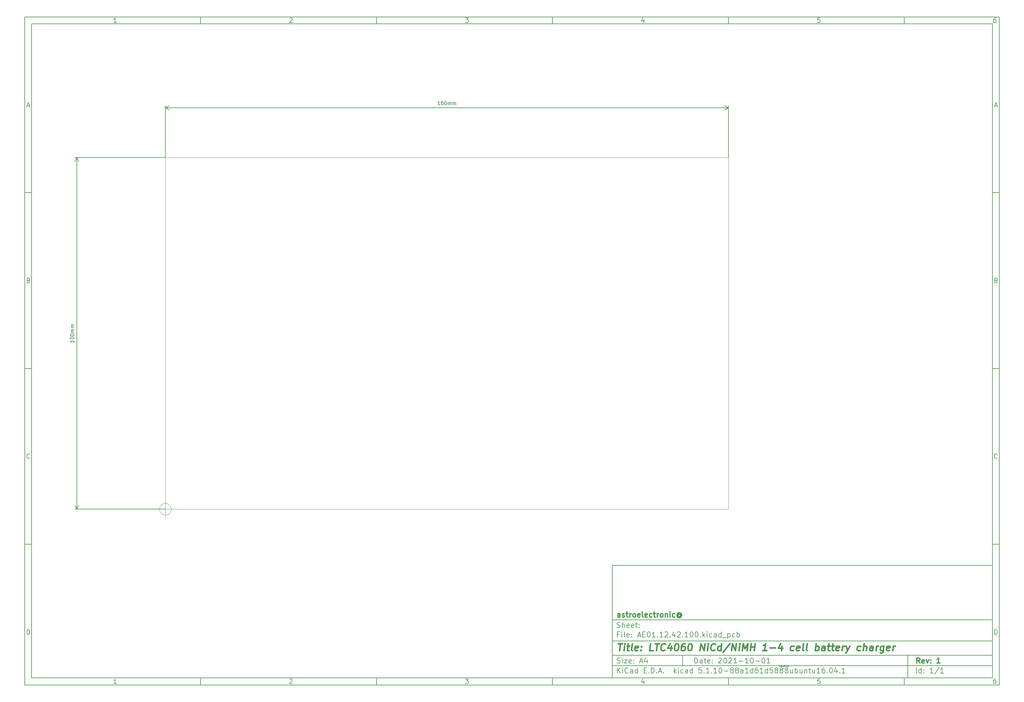
<source format=gbr>
%TF.GenerationSoftware,KiCad,Pcbnew,5.1.10-88a1d61d58~88~ubuntu16.04.1*%
%TF.CreationDate,2021-10-02T00:42:02+02:00*%
%TF.ProjectId,AE01.12.42.100,41453031-2e31-4322-9e34-322e3130302e,1*%
%TF.SameCoordinates,Original*%
%TF.FileFunction,Other,User*%
%FSLAX46Y46*%
G04 Gerber Fmt 4.6, Leading zero omitted, Abs format (unit mm)*
G04 Created by KiCad (PCBNEW 5.1.10-88a1d61d58~88~ubuntu16.04.1) date 2021-10-02 00:42:02*
%MOMM*%
%LPD*%
G01*
G04 APERTURE LIST*
%ADD10C,0.100000*%
%ADD11C,0.150000*%
%ADD12C,0.300000*%
%ADD13C,0.400000*%
%TA.AperFunction,Profile*%
%ADD14C,0.050000*%
%TD*%
G04 APERTURE END LIST*
D10*
D11*
X177002200Y-166007200D02*
X177002200Y-198007200D01*
X285002200Y-198007200D01*
X285002200Y-166007200D01*
X177002200Y-166007200D01*
D10*
D11*
X10000000Y-10000000D02*
X10000000Y-200007200D01*
X287002200Y-200007200D01*
X287002200Y-10000000D01*
X10000000Y-10000000D01*
D10*
D11*
X12000000Y-12000000D02*
X12000000Y-198007200D01*
X285002200Y-198007200D01*
X285002200Y-12000000D01*
X12000000Y-12000000D01*
D10*
D11*
X60000000Y-12000000D02*
X60000000Y-10000000D01*
D10*
D11*
X110000000Y-12000000D02*
X110000000Y-10000000D01*
D10*
D11*
X160000000Y-12000000D02*
X160000000Y-10000000D01*
D10*
D11*
X210000000Y-12000000D02*
X210000000Y-10000000D01*
D10*
D11*
X260000000Y-12000000D02*
X260000000Y-10000000D01*
D10*
D11*
X36065476Y-11588095D02*
X35322619Y-11588095D01*
X35694047Y-11588095D02*
X35694047Y-10288095D01*
X35570238Y-10473809D01*
X35446428Y-10597619D01*
X35322619Y-10659523D01*
D10*
D11*
X85322619Y-10411904D02*
X85384523Y-10350000D01*
X85508333Y-10288095D01*
X85817857Y-10288095D01*
X85941666Y-10350000D01*
X86003571Y-10411904D01*
X86065476Y-10535714D01*
X86065476Y-10659523D01*
X86003571Y-10845238D01*
X85260714Y-11588095D01*
X86065476Y-11588095D01*
D10*
D11*
X135260714Y-10288095D02*
X136065476Y-10288095D01*
X135632142Y-10783333D01*
X135817857Y-10783333D01*
X135941666Y-10845238D01*
X136003571Y-10907142D01*
X136065476Y-11030952D01*
X136065476Y-11340476D01*
X136003571Y-11464285D01*
X135941666Y-11526190D01*
X135817857Y-11588095D01*
X135446428Y-11588095D01*
X135322619Y-11526190D01*
X135260714Y-11464285D01*
D10*
D11*
X185941666Y-10721428D02*
X185941666Y-11588095D01*
X185632142Y-10226190D02*
X185322619Y-11154761D01*
X186127380Y-11154761D01*
D10*
D11*
X236003571Y-10288095D02*
X235384523Y-10288095D01*
X235322619Y-10907142D01*
X235384523Y-10845238D01*
X235508333Y-10783333D01*
X235817857Y-10783333D01*
X235941666Y-10845238D01*
X236003571Y-10907142D01*
X236065476Y-11030952D01*
X236065476Y-11340476D01*
X236003571Y-11464285D01*
X235941666Y-11526190D01*
X235817857Y-11588095D01*
X235508333Y-11588095D01*
X235384523Y-11526190D01*
X235322619Y-11464285D01*
D10*
D11*
X285941666Y-10288095D02*
X285694047Y-10288095D01*
X285570238Y-10350000D01*
X285508333Y-10411904D01*
X285384523Y-10597619D01*
X285322619Y-10845238D01*
X285322619Y-11340476D01*
X285384523Y-11464285D01*
X285446428Y-11526190D01*
X285570238Y-11588095D01*
X285817857Y-11588095D01*
X285941666Y-11526190D01*
X286003571Y-11464285D01*
X286065476Y-11340476D01*
X286065476Y-11030952D01*
X286003571Y-10907142D01*
X285941666Y-10845238D01*
X285817857Y-10783333D01*
X285570238Y-10783333D01*
X285446428Y-10845238D01*
X285384523Y-10907142D01*
X285322619Y-11030952D01*
D10*
D11*
X60000000Y-198007200D02*
X60000000Y-200007200D01*
D10*
D11*
X110000000Y-198007200D02*
X110000000Y-200007200D01*
D10*
D11*
X160000000Y-198007200D02*
X160000000Y-200007200D01*
D10*
D11*
X210000000Y-198007200D02*
X210000000Y-200007200D01*
D10*
D11*
X260000000Y-198007200D02*
X260000000Y-200007200D01*
D10*
D11*
X36065476Y-199595295D02*
X35322619Y-199595295D01*
X35694047Y-199595295D02*
X35694047Y-198295295D01*
X35570238Y-198481009D01*
X35446428Y-198604819D01*
X35322619Y-198666723D01*
D10*
D11*
X85322619Y-198419104D02*
X85384523Y-198357200D01*
X85508333Y-198295295D01*
X85817857Y-198295295D01*
X85941666Y-198357200D01*
X86003571Y-198419104D01*
X86065476Y-198542914D01*
X86065476Y-198666723D01*
X86003571Y-198852438D01*
X85260714Y-199595295D01*
X86065476Y-199595295D01*
D10*
D11*
X135260714Y-198295295D02*
X136065476Y-198295295D01*
X135632142Y-198790533D01*
X135817857Y-198790533D01*
X135941666Y-198852438D01*
X136003571Y-198914342D01*
X136065476Y-199038152D01*
X136065476Y-199347676D01*
X136003571Y-199471485D01*
X135941666Y-199533390D01*
X135817857Y-199595295D01*
X135446428Y-199595295D01*
X135322619Y-199533390D01*
X135260714Y-199471485D01*
D10*
D11*
X185941666Y-198728628D02*
X185941666Y-199595295D01*
X185632142Y-198233390D02*
X185322619Y-199161961D01*
X186127380Y-199161961D01*
D10*
D11*
X236003571Y-198295295D02*
X235384523Y-198295295D01*
X235322619Y-198914342D01*
X235384523Y-198852438D01*
X235508333Y-198790533D01*
X235817857Y-198790533D01*
X235941666Y-198852438D01*
X236003571Y-198914342D01*
X236065476Y-199038152D01*
X236065476Y-199347676D01*
X236003571Y-199471485D01*
X235941666Y-199533390D01*
X235817857Y-199595295D01*
X235508333Y-199595295D01*
X235384523Y-199533390D01*
X235322619Y-199471485D01*
D10*
D11*
X285941666Y-198295295D02*
X285694047Y-198295295D01*
X285570238Y-198357200D01*
X285508333Y-198419104D01*
X285384523Y-198604819D01*
X285322619Y-198852438D01*
X285322619Y-199347676D01*
X285384523Y-199471485D01*
X285446428Y-199533390D01*
X285570238Y-199595295D01*
X285817857Y-199595295D01*
X285941666Y-199533390D01*
X286003571Y-199471485D01*
X286065476Y-199347676D01*
X286065476Y-199038152D01*
X286003571Y-198914342D01*
X285941666Y-198852438D01*
X285817857Y-198790533D01*
X285570238Y-198790533D01*
X285446428Y-198852438D01*
X285384523Y-198914342D01*
X285322619Y-199038152D01*
D10*
D11*
X10000000Y-60000000D02*
X12000000Y-60000000D01*
D10*
D11*
X10000000Y-110000000D02*
X12000000Y-110000000D01*
D10*
D11*
X10000000Y-160000000D02*
X12000000Y-160000000D01*
D10*
D11*
X10690476Y-35216666D02*
X11309523Y-35216666D01*
X10566666Y-35588095D02*
X11000000Y-34288095D01*
X11433333Y-35588095D01*
D10*
D11*
X11092857Y-84907142D02*
X11278571Y-84969047D01*
X11340476Y-85030952D01*
X11402380Y-85154761D01*
X11402380Y-85340476D01*
X11340476Y-85464285D01*
X11278571Y-85526190D01*
X11154761Y-85588095D01*
X10659523Y-85588095D01*
X10659523Y-84288095D01*
X11092857Y-84288095D01*
X11216666Y-84350000D01*
X11278571Y-84411904D01*
X11340476Y-84535714D01*
X11340476Y-84659523D01*
X11278571Y-84783333D01*
X11216666Y-84845238D01*
X11092857Y-84907142D01*
X10659523Y-84907142D01*
D10*
D11*
X11402380Y-135464285D02*
X11340476Y-135526190D01*
X11154761Y-135588095D01*
X11030952Y-135588095D01*
X10845238Y-135526190D01*
X10721428Y-135402380D01*
X10659523Y-135278571D01*
X10597619Y-135030952D01*
X10597619Y-134845238D01*
X10659523Y-134597619D01*
X10721428Y-134473809D01*
X10845238Y-134350000D01*
X11030952Y-134288095D01*
X11154761Y-134288095D01*
X11340476Y-134350000D01*
X11402380Y-134411904D01*
D10*
D11*
X10659523Y-185588095D02*
X10659523Y-184288095D01*
X10969047Y-184288095D01*
X11154761Y-184350000D01*
X11278571Y-184473809D01*
X11340476Y-184597619D01*
X11402380Y-184845238D01*
X11402380Y-185030952D01*
X11340476Y-185278571D01*
X11278571Y-185402380D01*
X11154761Y-185526190D01*
X10969047Y-185588095D01*
X10659523Y-185588095D01*
D10*
D11*
X287002200Y-60000000D02*
X285002200Y-60000000D01*
D10*
D11*
X287002200Y-110000000D02*
X285002200Y-110000000D01*
D10*
D11*
X287002200Y-160000000D02*
X285002200Y-160000000D01*
D10*
D11*
X285692676Y-35216666D02*
X286311723Y-35216666D01*
X285568866Y-35588095D02*
X286002200Y-34288095D01*
X286435533Y-35588095D01*
D10*
D11*
X286095057Y-84907142D02*
X286280771Y-84969047D01*
X286342676Y-85030952D01*
X286404580Y-85154761D01*
X286404580Y-85340476D01*
X286342676Y-85464285D01*
X286280771Y-85526190D01*
X286156961Y-85588095D01*
X285661723Y-85588095D01*
X285661723Y-84288095D01*
X286095057Y-84288095D01*
X286218866Y-84350000D01*
X286280771Y-84411904D01*
X286342676Y-84535714D01*
X286342676Y-84659523D01*
X286280771Y-84783333D01*
X286218866Y-84845238D01*
X286095057Y-84907142D01*
X285661723Y-84907142D01*
D10*
D11*
X286404580Y-135464285D02*
X286342676Y-135526190D01*
X286156961Y-135588095D01*
X286033152Y-135588095D01*
X285847438Y-135526190D01*
X285723628Y-135402380D01*
X285661723Y-135278571D01*
X285599819Y-135030952D01*
X285599819Y-134845238D01*
X285661723Y-134597619D01*
X285723628Y-134473809D01*
X285847438Y-134350000D01*
X286033152Y-134288095D01*
X286156961Y-134288095D01*
X286342676Y-134350000D01*
X286404580Y-134411904D01*
D10*
D11*
X285661723Y-185588095D02*
X285661723Y-184288095D01*
X285971247Y-184288095D01*
X286156961Y-184350000D01*
X286280771Y-184473809D01*
X286342676Y-184597619D01*
X286404580Y-184845238D01*
X286404580Y-185030952D01*
X286342676Y-185278571D01*
X286280771Y-185402380D01*
X286156961Y-185526190D01*
X285971247Y-185588095D01*
X285661723Y-185588095D01*
D10*
D11*
X200434342Y-193785771D02*
X200434342Y-192285771D01*
X200791485Y-192285771D01*
X201005771Y-192357200D01*
X201148628Y-192500057D01*
X201220057Y-192642914D01*
X201291485Y-192928628D01*
X201291485Y-193142914D01*
X201220057Y-193428628D01*
X201148628Y-193571485D01*
X201005771Y-193714342D01*
X200791485Y-193785771D01*
X200434342Y-193785771D01*
X202577200Y-193785771D02*
X202577200Y-193000057D01*
X202505771Y-192857200D01*
X202362914Y-192785771D01*
X202077200Y-192785771D01*
X201934342Y-192857200D01*
X202577200Y-193714342D02*
X202434342Y-193785771D01*
X202077200Y-193785771D01*
X201934342Y-193714342D01*
X201862914Y-193571485D01*
X201862914Y-193428628D01*
X201934342Y-193285771D01*
X202077200Y-193214342D01*
X202434342Y-193214342D01*
X202577200Y-193142914D01*
X203077200Y-192785771D02*
X203648628Y-192785771D01*
X203291485Y-192285771D02*
X203291485Y-193571485D01*
X203362914Y-193714342D01*
X203505771Y-193785771D01*
X203648628Y-193785771D01*
X204720057Y-193714342D02*
X204577200Y-193785771D01*
X204291485Y-193785771D01*
X204148628Y-193714342D01*
X204077200Y-193571485D01*
X204077200Y-193000057D01*
X204148628Y-192857200D01*
X204291485Y-192785771D01*
X204577200Y-192785771D01*
X204720057Y-192857200D01*
X204791485Y-193000057D01*
X204791485Y-193142914D01*
X204077200Y-193285771D01*
X205434342Y-193642914D02*
X205505771Y-193714342D01*
X205434342Y-193785771D01*
X205362914Y-193714342D01*
X205434342Y-193642914D01*
X205434342Y-193785771D01*
X205434342Y-192857200D02*
X205505771Y-192928628D01*
X205434342Y-193000057D01*
X205362914Y-192928628D01*
X205434342Y-192857200D01*
X205434342Y-193000057D01*
X207220057Y-192428628D02*
X207291485Y-192357200D01*
X207434342Y-192285771D01*
X207791485Y-192285771D01*
X207934342Y-192357200D01*
X208005771Y-192428628D01*
X208077200Y-192571485D01*
X208077200Y-192714342D01*
X208005771Y-192928628D01*
X207148628Y-193785771D01*
X208077200Y-193785771D01*
X209005771Y-192285771D02*
X209148628Y-192285771D01*
X209291485Y-192357200D01*
X209362914Y-192428628D01*
X209434342Y-192571485D01*
X209505771Y-192857200D01*
X209505771Y-193214342D01*
X209434342Y-193500057D01*
X209362914Y-193642914D01*
X209291485Y-193714342D01*
X209148628Y-193785771D01*
X209005771Y-193785771D01*
X208862914Y-193714342D01*
X208791485Y-193642914D01*
X208720057Y-193500057D01*
X208648628Y-193214342D01*
X208648628Y-192857200D01*
X208720057Y-192571485D01*
X208791485Y-192428628D01*
X208862914Y-192357200D01*
X209005771Y-192285771D01*
X210077200Y-192428628D02*
X210148628Y-192357200D01*
X210291485Y-192285771D01*
X210648628Y-192285771D01*
X210791485Y-192357200D01*
X210862914Y-192428628D01*
X210934342Y-192571485D01*
X210934342Y-192714342D01*
X210862914Y-192928628D01*
X210005771Y-193785771D01*
X210934342Y-193785771D01*
X212362914Y-193785771D02*
X211505771Y-193785771D01*
X211934342Y-193785771D02*
X211934342Y-192285771D01*
X211791485Y-192500057D01*
X211648628Y-192642914D01*
X211505771Y-192714342D01*
X213005771Y-193214342D02*
X214148628Y-193214342D01*
X215648628Y-193785771D02*
X214791485Y-193785771D01*
X215220057Y-193785771D02*
X215220057Y-192285771D01*
X215077200Y-192500057D01*
X214934342Y-192642914D01*
X214791485Y-192714342D01*
X216577200Y-192285771D02*
X216720057Y-192285771D01*
X216862914Y-192357200D01*
X216934342Y-192428628D01*
X217005771Y-192571485D01*
X217077200Y-192857200D01*
X217077200Y-193214342D01*
X217005771Y-193500057D01*
X216934342Y-193642914D01*
X216862914Y-193714342D01*
X216720057Y-193785771D01*
X216577200Y-193785771D01*
X216434342Y-193714342D01*
X216362914Y-193642914D01*
X216291485Y-193500057D01*
X216220057Y-193214342D01*
X216220057Y-192857200D01*
X216291485Y-192571485D01*
X216362914Y-192428628D01*
X216434342Y-192357200D01*
X216577200Y-192285771D01*
X217720057Y-193214342D02*
X218862914Y-193214342D01*
X219862914Y-192285771D02*
X220005771Y-192285771D01*
X220148628Y-192357200D01*
X220220057Y-192428628D01*
X220291485Y-192571485D01*
X220362914Y-192857200D01*
X220362914Y-193214342D01*
X220291485Y-193500057D01*
X220220057Y-193642914D01*
X220148628Y-193714342D01*
X220005771Y-193785771D01*
X219862914Y-193785771D01*
X219720057Y-193714342D01*
X219648628Y-193642914D01*
X219577200Y-193500057D01*
X219505771Y-193214342D01*
X219505771Y-192857200D01*
X219577200Y-192571485D01*
X219648628Y-192428628D01*
X219720057Y-192357200D01*
X219862914Y-192285771D01*
X221791485Y-193785771D02*
X220934342Y-193785771D01*
X221362914Y-193785771D02*
X221362914Y-192285771D01*
X221220057Y-192500057D01*
X221077200Y-192642914D01*
X220934342Y-192714342D01*
D10*
D11*
X177002200Y-194507200D02*
X285002200Y-194507200D01*
D10*
D11*
X178434342Y-196585771D02*
X178434342Y-195085771D01*
X179291485Y-196585771D02*
X178648628Y-195728628D01*
X179291485Y-195085771D02*
X178434342Y-195942914D01*
X179934342Y-196585771D02*
X179934342Y-195585771D01*
X179934342Y-195085771D02*
X179862914Y-195157200D01*
X179934342Y-195228628D01*
X180005771Y-195157200D01*
X179934342Y-195085771D01*
X179934342Y-195228628D01*
X181505771Y-196442914D02*
X181434342Y-196514342D01*
X181220057Y-196585771D01*
X181077200Y-196585771D01*
X180862914Y-196514342D01*
X180720057Y-196371485D01*
X180648628Y-196228628D01*
X180577200Y-195942914D01*
X180577200Y-195728628D01*
X180648628Y-195442914D01*
X180720057Y-195300057D01*
X180862914Y-195157200D01*
X181077200Y-195085771D01*
X181220057Y-195085771D01*
X181434342Y-195157200D01*
X181505771Y-195228628D01*
X182791485Y-196585771D02*
X182791485Y-195800057D01*
X182720057Y-195657200D01*
X182577200Y-195585771D01*
X182291485Y-195585771D01*
X182148628Y-195657200D01*
X182791485Y-196514342D02*
X182648628Y-196585771D01*
X182291485Y-196585771D01*
X182148628Y-196514342D01*
X182077200Y-196371485D01*
X182077200Y-196228628D01*
X182148628Y-196085771D01*
X182291485Y-196014342D01*
X182648628Y-196014342D01*
X182791485Y-195942914D01*
X184148628Y-196585771D02*
X184148628Y-195085771D01*
X184148628Y-196514342D02*
X184005771Y-196585771D01*
X183720057Y-196585771D01*
X183577200Y-196514342D01*
X183505771Y-196442914D01*
X183434342Y-196300057D01*
X183434342Y-195871485D01*
X183505771Y-195728628D01*
X183577200Y-195657200D01*
X183720057Y-195585771D01*
X184005771Y-195585771D01*
X184148628Y-195657200D01*
X186005771Y-195800057D02*
X186505771Y-195800057D01*
X186720057Y-196585771D02*
X186005771Y-196585771D01*
X186005771Y-195085771D01*
X186720057Y-195085771D01*
X187362914Y-196442914D02*
X187434342Y-196514342D01*
X187362914Y-196585771D01*
X187291485Y-196514342D01*
X187362914Y-196442914D01*
X187362914Y-196585771D01*
X188077200Y-196585771D02*
X188077200Y-195085771D01*
X188434342Y-195085771D01*
X188648628Y-195157200D01*
X188791485Y-195300057D01*
X188862914Y-195442914D01*
X188934342Y-195728628D01*
X188934342Y-195942914D01*
X188862914Y-196228628D01*
X188791485Y-196371485D01*
X188648628Y-196514342D01*
X188434342Y-196585771D01*
X188077200Y-196585771D01*
X189577200Y-196442914D02*
X189648628Y-196514342D01*
X189577200Y-196585771D01*
X189505771Y-196514342D01*
X189577200Y-196442914D01*
X189577200Y-196585771D01*
X190220057Y-196157200D02*
X190934342Y-196157200D01*
X190077200Y-196585771D02*
X190577200Y-195085771D01*
X191077200Y-196585771D01*
X191577200Y-196442914D02*
X191648628Y-196514342D01*
X191577200Y-196585771D01*
X191505771Y-196514342D01*
X191577200Y-196442914D01*
X191577200Y-196585771D01*
X194577200Y-196585771D02*
X194577200Y-195085771D01*
X194720057Y-196014342D02*
X195148628Y-196585771D01*
X195148628Y-195585771D02*
X194577200Y-196157200D01*
X195791485Y-196585771D02*
X195791485Y-195585771D01*
X195791485Y-195085771D02*
X195720057Y-195157200D01*
X195791485Y-195228628D01*
X195862914Y-195157200D01*
X195791485Y-195085771D01*
X195791485Y-195228628D01*
X197148628Y-196514342D02*
X197005771Y-196585771D01*
X196720057Y-196585771D01*
X196577200Y-196514342D01*
X196505771Y-196442914D01*
X196434342Y-196300057D01*
X196434342Y-195871485D01*
X196505771Y-195728628D01*
X196577200Y-195657200D01*
X196720057Y-195585771D01*
X197005771Y-195585771D01*
X197148628Y-195657200D01*
X198434342Y-196585771D02*
X198434342Y-195800057D01*
X198362914Y-195657200D01*
X198220057Y-195585771D01*
X197934342Y-195585771D01*
X197791485Y-195657200D01*
X198434342Y-196514342D02*
X198291485Y-196585771D01*
X197934342Y-196585771D01*
X197791485Y-196514342D01*
X197720057Y-196371485D01*
X197720057Y-196228628D01*
X197791485Y-196085771D01*
X197934342Y-196014342D01*
X198291485Y-196014342D01*
X198434342Y-195942914D01*
X199791485Y-196585771D02*
X199791485Y-195085771D01*
X199791485Y-196514342D02*
X199648628Y-196585771D01*
X199362914Y-196585771D01*
X199220057Y-196514342D01*
X199148628Y-196442914D01*
X199077200Y-196300057D01*
X199077200Y-195871485D01*
X199148628Y-195728628D01*
X199220057Y-195657200D01*
X199362914Y-195585771D01*
X199648628Y-195585771D01*
X199791485Y-195657200D01*
X202362914Y-195085771D02*
X201648628Y-195085771D01*
X201577200Y-195800057D01*
X201648628Y-195728628D01*
X201791485Y-195657200D01*
X202148628Y-195657200D01*
X202291485Y-195728628D01*
X202362914Y-195800057D01*
X202434342Y-195942914D01*
X202434342Y-196300057D01*
X202362914Y-196442914D01*
X202291485Y-196514342D01*
X202148628Y-196585771D01*
X201791485Y-196585771D01*
X201648628Y-196514342D01*
X201577200Y-196442914D01*
X203077200Y-196442914D02*
X203148628Y-196514342D01*
X203077200Y-196585771D01*
X203005771Y-196514342D01*
X203077200Y-196442914D01*
X203077200Y-196585771D01*
X204577200Y-196585771D02*
X203720057Y-196585771D01*
X204148628Y-196585771D02*
X204148628Y-195085771D01*
X204005771Y-195300057D01*
X203862914Y-195442914D01*
X203720057Y-195514342D01*
X205220057Y-196442914D02*
X205291485Y-196514342D01*
X205220057Y-196585771D01*
X205148628Y-196514342D01*
X205220057Y-196442914D01*
X205220057Y-196585771D01*
X206720057Y-196585771D02*
X205862914Y-196585771D01*
X206291485Y-196585771D02*
X206291485Y-195085771D01*
X206148628Y-195300057D01*
X206005771Y-195442914D01*
X205862914Y-195514342D01*
X207648628Y-195085771D02*
X207791485Y-195085771D01*
X207934342Y-195157200D01*
X208005771Y-195228628D01*
X208077200Y-195371485D01*
X208148628Y-195657200D01*
X208148628Y-196014342D01*
X208077200Y-196300057D01*
X208005771Y-196442914D01*
X207934342Y-196514342D01*
X207791485Y-196585771D01*
X207648628Y-196585771D01*
X207505771Y-196514342D01*
X207434342Y-196442914D01*
X207362914Y-196300057D01*
X207291485Y-196014342D01*
X207291485Y-195657200D01*
X207362914Y-195371485D01*
X207434342Y-195228628D01*
X207505771Y-195157200D01*
X207648628Y-195085771D01*
X208791485Y-196014342D02*
X209934342Y-196014342D01*
X210862914Y-195728628D02*
X210720057Y-195657200D01*
X210648628Y-195585771D01*
X210577200Y-195442914D01*
X210577200Y-195371485D01*
X210648628Y-195228628D01*
X210720057Y-195157200D01*
X210862914Y-195085771D01*
X211148628Y-195085771D01*
X211291485Y-195157200D01*
X211362914Y-195228628D01*
X211434342Y-195371485D01*
X211434342Y-195442914D01*
X211362914Y-195585771D01*
X211291485Y-195657200D01*
X211148628Y-195728628D01*
X210862914Y-195728628D01*
X210720057Y-195800057D01*
X210648628Y-195871485D01*
X210577200Y-196014342D01*
X210577200Y-196300057D01*
X210648628Y-196442914D01*
X210720057Y-196514342D01*
X210862914Y-196585771D01*
X211148628Y-196585771D01*
X211291485Y-196514342D01*
X211362914Y-196442914D01*
X211434342Y-196300057D01*
X211434342Y-196014342D01*
X211362914Y-195871485D01*
X211291485Y-195800057D01*
X211148628Y-195728628D01*
X212291485Y-195728628D02*
X212148628Y-195657200D01*
X212077200Y-195585771D01*
X212005771Y-195442914D01*
X212005771Y-195371485D01*
X212077200Y-195228628D01*
X212148628Y-195157200D01*
X212291485Y-195085771D01*
X212577200Y-195085771D01*
X212720057Y-195157200D01*
X212791485Y-195228628D01*
X212862914Y-195371485D01*
X212862914Y-195442914D01*
X212791485Y-195585771D01*
X212720057Y-195657200D01*
X212577200Y-195728628D01*
X212291485Y-195728628D01*
X212148628Y-195800057D01*
X212077200Y-195871485D01*
X212005771Y-196014342D01*
X212005771Y-196300057D01*
X212077200Y-196442914D01*
X212148628Y-196514342D01*
X212291485Y-196585771D01*
X212577200Y-196585771D01*
X212720057Y-196514342D01*
X212791485Y-196442914D01*
X212862914Y-196300057D01*
X212862914Y-196014342D01*
X212791485Y-195871485D01*
X212720057Y-195800057D01*
X212577200Y-195728628D01*
X214148628Y-196585771D02*
X214148628Y-195800057D01*
X214077200Y-195657200D01*
X213934342Y-195585771D01*
X213648628Y-195585771D01*
X213505771Y-195657200D01*
X214148628Y-196514342D02*
X214005771Y-196585771D01*
X213648628Y-196585771D01*
X213505771Y-196514342D01*
X213434342Y-196371485D01*
X213434342Y-196228628D01*
X213505771Y-196085771D01*
X213648628Y-196014342D01*
X214005771Y-196014342D01*
X214148628Y-195942914D01*
X215648628Y-196585771D02*
X214791485Y-196585771D01*
X215220057Y-196585771D02*
X215220057Y-195085771D01*
X215077200Y-195300057D01*
X214934342Y-195442914D01*
X214791485Y-195514342D01*
X216934342Y-196585771D02*
X216934342Y-195085771D01*
X216934342Y-196514342D02*
X216791485Y-196585771D01*
X216505771Y-196585771D01*
X216362914Y-196514342D01*
X216291485Y-196442914D01*
X216220057Y-196300057D01*
X216220057Y-195871485D01*
X216291485Y-195728628D01*
X216362914Y-195657200D01*
X216505771Y-195585771D01*
X216791485Y-195585771D01*
X216934342Y-195657200D01*
X218291485Y-195085771D02*
X218005771Y-195085771D01*
X217862914Y-195157200D01*
X217791485Y-195228628D01*
X217648628Y-195442914D01*
X217577200Y-195728628D01*
X217577200Y-196300057D01*
X217648628Y-196442914D01*
X217720057Y-196514342D01*
X217862914Y-196585771D01*
X218148628Y-196585771D01*
X218291485Y-196514342D01*
X218362914Y-196442914D01*
X218434342Y-196300057D01*
X218434342Y-195942914D01*
X218362914Y-195800057D01*
X218291485Y-195728628D01*
X218148628Y-195657200D01*
X217862914Y-195657200D01*
X217720057Y-195728628D01*
X217648628Y-195800057D01*
X217577200Y-195942914D01*
X219862914Y-196585771D02*
X219005771Y-196585771D01*
X219434342Y-196585771D02*
X219434342Y-195085771D01*
X219291485Y-195300057D01*
X219148628Y-195442914D01*
X219005771Y-195514342D01*
X221148628Y-196585771D02*
X221148628Y-195085771D01*
X221148628Y-196514342D02*
X221005771Y-196585771D01*
X220720057Y-196585771D01*
X220577200Y-196514342D01*
X220505771Y-196442914D01*
X220434342Y-196300057D01*
X220434342Y-195871485D01*
X220505771Y-195728628D01*
X220577200Y-195657200D01*
X220720057Y-195585771D01*
X221005771Y-195585771D01*
X221148628Y-195657200D01*
X222577200Y-195085771D02*
X221862914Y-195085771D01*
X221791485Y-195800057D01*
X221862914Y-195728628D01*
X222005771Y-195657200D01*
X222362914Y-195657200D01*
X222505771Y-195728628D01*
X222577200Y-195800057D01*
X222648628Y-195942914D01*
X222648628Y-196300057D01*
X222577200Y-196442914D01*
X222505771Y-196514342D01*
X222362914Y-196585771D01*
X222005771Y-196585771D01*
X221862914Y-196514342D01*
X221791485Y-196442914D01*
X223505771Y-195728628D02*
X223362914Y-195657200D01*
X223291485Y-195585771D01*
X223220057Y-195442914D01*
X223220057Y-195371485D01*
X223291485Y-195228628D01*
X223362914Y-195157200D01*
X223505771Y-195085771D01*
X223791485Y-195085771D01*
X223934342Y-195157200D01*
X224005771Y-195228628D01*
X224077200Y-195371485D01*
X224077200Y-195442914D01*
X224005771Y-195585771D01*
X223934342Y-195657200D01*
X223791485Y-195728628D01*
X223505771Y-195728628D01*
X223362914Y-195800057D01*
X223291485Y-195871485D01*
X223220057Y-196014342D01*
X223220057Y-196300057D01*
X223291485Y-196442914D01*
X223362914Y-196514342D01*
X223505771Y-196585771D01*
X223791485Y-196585771D01*
X223934342Y-196514342D01*
X224005771Y-196442914D01*
X224077200Y-196300057D01*
X224077200Y-196014342D01*
X224005771Y-195871485D01*
X223934342Y-195800057D01*
X223791485Y-195728628D01*
X224362914Y-194677200D02*
X225791485Y-194677200D01*
X224934342Y-195728628D02*
X224791485Y-195657200D01*
X224720057Y-195585771D01*
X224648628Y-195442914D01*
X224648628Y-195371485D01*
X224720057Y-195228628D01*
X224791485Y-195157200D01*
X224934342Y-195085771D01*
X225220057Y-195085771D01*
X225362914Y-195157200D01*
X225434342Y-195228628D01*
X225505771Y-195371485D01*
X225505771Y-195442914D01*
X225434342Y-195585771D01*
X225362914Y-195657200D01*
X225220057Y-195728628D01*
X224934342Y-195728628D01*
X224791485Y-195800057D01*
X224720057Y-195871485D01*
X224648628Y-196014342D01*
X224648628Y-196300057D01*
X224720057Y-196442914D01*
X224791485Y-196514342D01*
X224934342Y-196585771D01*
X225220057Y-196585771D01*
X225362914Y-196514342D01*
X225434342Y-196442914D01*
X225505771Y-196300057D01*
X225505771Y-196014342D01*
X225434342Y-195871485D01*
X225362914Y-195800057D01*
X225220057Y-195728628D01*
X225791485Y-194677200D02*
X227220057Y-194677200D01*
X226362914Y-195728628D02*
X226220057Y-195657200D01*
X226148628Y-195585771D01*
X226077199Y-195442914D01*
X226077199Y-195371485D01*
X226148628Y-195228628D01*
X226220057Y-195157200D01*
X226362914Y-195085771D01*
X226648628Y-195085771D01*
X226791485Y-195157200D01*
X226862914Y-195228628D01*
X226934342Y-195371485D01*
X226934342Y-195442914D01*
X226862914Y-195585771D01*
X226791485Y-195657200D01*
X226648628Y-195728628D01*
X226362914Y-195728628D01*
X226220057Y-195800057D01*
X226148628Y-195871485D01*
X226077199Y-196014342D01*
X226077199Y-196300057D01*
X226148628Y-196442914D01*
X226220057Y-196514342D01*
X226362914Y-196585771D01*
X226648628Y-196585771D01*
X226791485Y-196514342D01*
X226862914Y-196442914D01*
X226934342Y-196300057D01*
X226934342Y-196014342D01*
X226862914Y-195871485D01*
X226791485Y-195800057D01*
X226648628Y-195728628D01*
X228220057Y-195585771D02*
X228220057Y-196585771D01*
X227577199Y-195585771D02*
X227577199Y-196371485D01*
X227648628Y-196514342D01*
X227791485Y-196585771D01*
X228005771Y-196585771D01*
X228148628Y-196514342D01*
X228220057Y-196442914D01*
X228934342Y-196585771D02*
X228934342Y-195085771D01*
X228934342Y-195657200D02*
X229077199Y-195585771D01*
X229362914Y-195585771D01*
X229505771Y-195657200D01*
X229577199Y-195728628D01*
X229648628Y-195871485D01*
X229648628Y-196300057D01*
X229577199Y-196442914D01*
X229505771Y-196514342D01*
X229362914Y-196585771D01*
X229077199Y-196585771D01*
X228934342Y-196514342D01*
X230934342Y-195585771D02*
X230934342Y-196585771D01*
X230291485Y-195585771D02*
X230291485Y-196371485D01*
X230362914Y-196514342D01*
X230505771Y-196585771D01*
X230720057Y-196585771D01*
X230862914Y-196514342D01*
X230934342Y-196442914D01*
X231648628Y-195585771D02*
X231648628Y-196585771D01*
X231648628Y-195728628D02*
X231720057Y-195657200D01*
X231862914Y-195585771D01*
X232077199Y-195585771D01*
X232220057Y-195657200D01*
X232291485Y-195800057D01*
X232291485Y-196585771D01*
X232791485Y-195585771D02*
X233362914Y-195585771D01*
X233005771Y-195085771D02*
X233005771Y-196371485D01*
X233077199Y-196514342D01*
X233220057Y-196585771D01*
X233362914Y-196585771D01*
X234505771Y-195585771D02*
X234505771Y-196585771D01*
X233862914Y-195585771D02*
X233862914Y-196371485D01*
X233934342Y-196514342D01*
X234077200Y-196585771D01*
X234291485Y-196585771D01*
X234434342Y-196514342D01*
X234505771Y-196442914D01*
X236005771Y-196585771D02*
X235148628Y-196585771D01*
X235577200Y-196585771D02*
X235577200Y-195085771D01*
X235434342Y-195300057D01*
X235291485Y-195442914D01*
X235148628Y-195514342D01*
X237291485Y-195085771D02*
X237005771Y-195085771D01*
X236862914Y-195157200D01*
X236791485Y-195228628D01*
X236648628Y-195442914D01*
X236577199Y-195728628D01*
X236577199Y-196300057D01*
X236648628Y-196442914D01*
X236720057Y-196514342D01*
X236862914Y-196585771D01*
X237148628Y-196585771D01*
X237291485Y-196514342D01*
X237362914Y-196442914D01*
X237434342Y-196300057D01*
X237434342Y-195942914D01*
X237362914Y-195800057D01*
X237291485Y-195728628D01*
X237148628Y-195657200D01*
X236862914Y-195657200D01*
X236720057Y-195728628D01*
X236648628Y-195800057D01*
X236577199Y-195942914D01*
X238077199Y-196442914D02*
X238148628Y-196514342D01*
X238077199Y-196585771D01*
X238005771Y-196514342D01*
X238077199Y-196442914D01*
X238077199Y-196585771D01*
X239077199Y-195085771D02*
X239220057Y-195085771D01*
X239362914Y-195157200D01*
X239434342Y-195228628D01*
X239505771Y-195371485D01*
X239577199Y-195657200D01*
X239577199Y-196014342D01*
X239505771Y-196300057D01*
X239434342Y-196442914D01*
X239362914Y-196514342D01*
X239220057Y-196585771D01*
X239077199Y-196585771D01*
X238934342Y-196514342D01*
X238862914Y-196442914D01*
X238791485Y-196300057D01*
X238720057Y-196014342D01*
X238720057Y-195657200D01*
X238791485Y-195371485D01*
X238862914Y-195228628D01*
X238934342Y-195157200D01*
X239077199Y-195085771D01*
X240862914Y-195585771D02*
X240862914Y-196585771D01*
X240505771Y-195014342D02*
X240148628Y-196085771D01*
X241077199Y-196085771D01*
X241648628Y-196442914D02*
X241720057Y-196514342D01*
X241648628Y-196585771D01*
X241577199Y-196514342D01*
X241648628Y-196442914D01*
X241648628Y-196585771D01*
X243148628Y-196585771D02*
X242291485Y-196585771D01*
X242720057Y-196585771D02*
X242720057Y-195085771D01*
X242577199Y-195300057D01*
X242434342Y-195442914D01*
X242291485Y-195514342D01*
D10*
D11*
X177002200Y-191507200D02*
X285002200Y-191507200D01*
D10*
D12*
X264411485Y-193785771D02*
X263911485Y-193071485D01*
X263554342Y-193785771D02*
X263554342Y-192285771D01*
X264125771Y-192285771D01*
X264268628Y-192357200D01*
X264340057Y-192428628D01*
X264411485Y-192571485D01*
X264411485Y-192785771D01*
X264340057Y-192928628D01*
X264268628Y-193000057D01*
X264125771Y-193071485D01*
X263554342Y-193071485D01*
X265625771Y-193714342D02*
X265482914Y-193785771D01*
X265197200Y-193785771D01*
X265054342Y-193714342D01*
X264982914Y-193571485D01*
X264982914Y-193000057D01*
X265054342Y-192857200D01*
X265197200Y-192785771D01*
X265482914Y-192785771D01*
X265625771Y-192857200D01*
X265697200Y-193000057D01*
X265697200Y-193142914D01*
X264982914Y-193285771D01*
X266197200Y-192785771D02*
X266554342Y-193785771D01*
X266911485Y-192785771D01*
X267482914Y-193642914D02*
X267554342Y-193714342D01*
X267482914Y-193785771D01*
X267411485Y-193714342D01*
X267482914Y-193642914D01*
X267482914Y-193785771D01*
X267482914Y-192857200D02*
X267554342Y-192928628D01*
X267482914Y-193000057D01*
X267411485Y-192928628D01*
X267482914Y-192857200D01*
X267482914Y-193000057D01*
X270125771Y-193785771D02*
X269268628Y-193785771D01*
X269697200Y-193785771D02*
X269697200Y-192285771D01*
X269554342Y-192500057D01*
X269411485Y-192642914D01*
X269268628Y-192714342D01*
D10*
D11*
X178362914Y-193714342D02*
X178577200Y-193785771D01*
X178934342Y-193785771D01*
X179077200Y-193714342D01*
X179148628Y-193642914D01*
X179220057Y-193500057D01*
X179220057Y-193357200D01*
X179148628Y-193214342D01*
X179077200Y-193142914D01*
X178934342Y-193071485D01*
X178648628Y-193000057D01*
X178505771Y-192928628D01*
X178434342Y-192857200D01*
X178362914Y-192714342D01*
X178362914Y-192571485D01*
X178434342Y-192428628D01*
X178505771Y-192357200D01*
X178648628Y-192285771D01*
X179005771Y-192285771D01*
X179220057Y-192357200D01*
X179862914Y-193785771D02*
X179862914Y-192785771D01*
X179862914Y-192285771D02*
X179791485Y-192357200D01*
X179862914Y-192428628D01*
X179934342Y-192357200D01*
X179862914Y-192285771D01*
X179862914Y-192428628D01*
X180434342Y-192785771D02*
X181220057Y-192785771D01*
X180434342Y-193785771D01*
X181220057Y-193785771D01*
X182362914Y-193714342D02*
X182220057Y-193785771D01*
X181934342Y-193785771D01*
X181791485Y-193714342D01*
X181720057Y-193571485D01*
X181720057Y-193000057D01*
X181791485Y-192857200D01*
X181934342Y-192785771D01*
X182220057Y-192785771D01*
X182362914Y-192857200D01*
X182434342Y-193000057D01*
X182434342Y-193142914D01*
X181720057Y-193285771D01*
X183077200Y-193642914D02*
X183148628Y-193714342D01*
X183077200Y-193785771D01*
X183005771Y-193714342D01*
X183077200Y-193642914D01*
X183077200Y-193785771D01*
X183077200Y-192857200D02*
X183148628Y-192928628D01*
X183077200Y-193000057D01*
X183005771Y-192928628D01*
X183077200Y-192857200D01*
X183077200Y-193000057D01*
X184862914Y-193357200D02*
X185577200Y-193357200D01*
X184720057Y-193785771D02*
X185220057Y-192285771D01*
X185720057Y-193785771D01*
X186862914Y-192785771D02*
X186862914Y-193785771D01*
X186505771Y-192214342D02*
X186148628Y-193285771D01*
X187077200Y-193285771D01*
D10*
D11*
X263434342Y-196585771D02*
X263434342Y-195085771D01*
X264791485Y-196585771D02*
X264791485Y-195085771D01*
X264791485Y-196514342D02*
X264648628Y-196585771D01*
X264362914Y-196585771D01*
X264220057Y-196514342D01*
X264148628Y-196442914D01*
X264077200Y-196300057D01*
X264077200Y-195871485D01*
X264148628Y-195728628D01*
X264220057Y-195657200D01*
X264362914Y-195585771D01*
X264648628Y-195585771D01*
X264791485Y-195657200D01*
X265505771Y-196442914D02*
X265577200Y-196514342D01*
X265505771Y-196585771D01*
X265434342Y-196514342D01*
X265505771Y-196442914D01*
X265505771Y-196585771D01*
X265505771Y-195657200D02*
X265577200Y-195728628D01*
X265505771Y-195800057D01*
X265434342Y-195728628D01*
X265505771Y-195657200D01*
X265505771Y-195800057D01*
X268148628Y-196585771D02*
X267291485Y-196585771D01*
X267720057Y-196585771D02*
X267720057Y-195085771D01*
X267577200Y-195300057D01*
X267434342Y-195442914D01*
X267291485Y-195514342D01*
X269862914Y-195014342D02*
X268577200Y-196942914D01*
X271148628Y-196585771D02*
X270291485Y-196585771D01*
X270720057Y-196585771D02*
X270720057Y-195085771D01*
X270577200Y-195300057D01*
X270434342Y-195442914D01*
X270291485Y-195514342D01*
D10*
D11*
X177002200Y-187507200D02*
X285002200Y-187507200D01*
D10*
D13*
X178714580Y-188211961D02*
X179857438Y-188211961D01*
X179036009Y-190211961D02*
X179286009Y-188211961D01*
X180274104Y-190211961D02*
X180440771Y-188878628D01*
X180524104Y-188211961D02*
X180416961Y-188307200D01*
X180500295Y-188402438D01*
X180607438Y-188307200D01*
X180524104Y-188211961D01*
X180500295Y-188402438D01*
X181107438Y-188878628D02*
X181869342Y-188878628D01*
X181476485Y-188211961D02*
X181262200Y-189926247D01*
X181333628Y-190116723D01*
X181512200Y-190211961D01*
X181702676Y-190211961D01*
X182655057Y-190211961D02*
X182476485Y-190116723D01*
X182405057Y-189926247D01*
X182619342Y-188211961D01*
X184190771Y-190116723D02*
X183988390Y-190211961D01*
X183607438Y-190211961D01*
X183428866Y-190116723D01*
X183357438Y-189926247D01*
X183452676Y-189164342D01*
X183571723Y-188973866D01*
X183774104Y-188878628D01*
X184155057Y-188878628D01*
X184333628Y-188973866D01*
X184405057Y-189164342D01*
X184381247Y-189354819D01*
X183405057Y-189545295D01*
X185155057Y-190021485D02*
X185238390Y-190116723D01*
X185131247Y-190211961D01*
X185047914Y-190116723D01*
X185155057Y-190021485D01*
X185131247Y-190211961D01*
X185286009Y-188973866D02*
X185369342Y-189069104D01*
X185262200Y-189164342D01*
X185178866Y-189069104D01*
X185286009Y-188973866D01*
X185262200Y-189164342D01*
X188559819Y-190211961D02*
X187607438Y-190211961D01*
X187857438Y-188211961D01*
X189190771Y-188211961D02*
X190333628Y-188211961D01*
X189512200Y-190211961D02*
X189762200Y-188211961D01*
X191916961Y-190021485D02*
X191809819Y-190116723D01*
X191512200Y-190211961D01*
X191321723Y-190211961D01*
X191047914Y-190116723D01*
X190881247Y-189926247D01*
X190809819Y-189735771D01*
X190762200Y-189354819D01*
X190797914Y-189069104D01*
X190940771Y-188688152D01*
X191059819Y-188497676D01*
X191274104Y-188307200D01*
X191571723Y-188211961D01*
X191762200Y-188211961D01*
X192036009Y-188307200D01*
X192119342Y-188402438D01*
X193774104Y-188878628D02*
X193607438Y-190211961D01*
X193393152Y-188116723D02*
X192738390Y-189545295D01*
X193976485Y-189545295D01*
X195286009Y-188211961D02*
X195476485Y-188211961D01*
X195655057Y-188307200D01*
X195738390Y-188402438D01*
X195809819Y-188592914D01*
X195857438Y-188973866D01*
X195797914Y-189450057D01*
X195655057Y-189831009D01*
X195536009Y-190021485D01*
X195428866Y-190116723D01*
X195226485Y-190211961D01*
X195036009Y-190211961D01*
X194857438Y-190116723D01*
X194774104Y-190021485D01*
X194702676Y-189831009D01*
X194655057Y-189450057D01*
X194714580Y-188973866D01*
X194857438Y-188592914D01*
X194976485Y-188402438D01*
X195083628Y-188307200D01*
X195286009Y-188211961D01*
X197666961Y-188211961D02*
X197286009Y-188211961D01*
X197083628Y-188307200D01*
X196976485Y-188402438D01*
X196750295Y-188688152D01*
X196607438Y-189069104D01*
X196512200Y-189831009D01*
X196583628Y-190021485D01*
X196666961Y-190116723D01*
X196845533Y-190211961D01*
X197226485Y-190211961D01*
X197428866Y-190116723D01*
X197536009Y-190021485D01*
X197655057Y-189831009D01*
X197714580Y-189354819D01*
X197643152Y-189164342D01*
X197559819Y-189069104D01*
X197381247Y-188973866D01*
X197000295Y-188973866D01*
X196797914Y-189069104D01*
X196690771Y-189164342D01*
X196571723Y-189354819D01*
X199095533Y-188211961D02*
X199286009Y-188211961D01*
X199464580Y-188307200D01*
X199547914Y-188402438D01*
X199619342Y-188592914D01*
X199666961Y-188973866D01*
X199607438Y-189450057D01*
X199464580Y-189831009D01*
X199345533Y-190021485D01*
X199238390Y-190116723D01*
X199036009Y-190211961D01*
X198845533Y-190211961D01*
X198666961Y-190116723D01*
X198583628Y-190021485D01*
X198512200Y-189831009D01*
X198464580Y-189450057D01*
X198524104Y-188973866D01*
X198666961Y-188592914D01*
X198786009Y-188402438D01*
X198893152Y-188307200D01*
X199095533Y-188211961D01*
X201893152Y-190211961D02*
X202143152Y-188211961D01*
X203036009Y-190211961D01*
X203286009Y-188211961D01*
X203988390Y-190211961D02*
X204155057Y-188878628D01*
X204238390Y-188211961D02*
X204131247Y-188307200D01*
X204214580Y-188402438D01*
X204321723Y-188307200D01*
X204238390Y-188211961D01*
X204214580Y-188402438D01*
X206107438Y-190021485D02*
X206000295Y-190116723D01*
X205702676Y-190211961D01*
X205512200Y-190211961D01*
X205238390Y-190116723D01*
X205071723Y-189926247D01*
X205000295Y-189735771D01*
X204952676Y-189354819D01*
X204988390Y-189069104D01*
X205131247Y-188688152D01*
X205250295Y-188497676D01*
X205464580Y-188307200D01*
X205762200Y-188211961D01*
X205952676Y-188211961D01*
X206226485Y-188307200D01*
X206309819Y-188402438D01*
X207797914Y-190211961D02*
X208047914Y-188211961D01*
X207809819Y-190116723D02*
X207607438Y-190211961D01*
X207226485Y-190211961D01*
X207047914Y-190116723D01*
X206964580Y-190021485D01*
X206893152Y-189831009D01*
X206964580Y-189259580D01*
X207083628Y-189069104D01*
X207190771Y-188973866D01*
X207393152Y-188878628D01*
X207774104Y-188878628D01*
X207952676Y-188973866D01*
X210440771Y-188116723D02*
X208405057Y-190688152D01*
X210845533Y-190211961D02*
X211095533Y-188211961D01*
X211988390Y-190211961D01*
X212238390Y-188211961D01*
X212940771Y-190211961D02*
X213107438Y-188878628D01*
X213190771Y-188211961D02*
X213083628Y-188307200D01*
X213166961Y-188402438D01*
X213274104Y-188307200D01*
X213190771Y-188211961D01*
X213166961Y-188402438D01*
X213893152Y-190211961D02*
X214143152Y-188211961D01*
X214631247Y-189640533D01*
X215476485Y-188211961D01*
X215226485Y-190211961D01*
X216178866Y-190211961D02*
X216428866Y-188211961D01*
X216309819Y-189164342D02*
X217452676Y-189164342D01*
X217321723Y-190211961D02*
X217571723Y-188211961D01*
X220845533Y-190211961D02*
X219702676Y-190211961D01*
X220274104Y-190211961D02*
X220524104Y-188211961D01*
X220297914Y-188497676D01*
X220083628Y-188688152D01*
X219881247Y-188783390D01*
X221797914Y-189450057D02*
X223321723Y-189450057D01*
X225202676Y-188878628D02*
X225036009Y-190211961D01*
X224821723Y-188116723D02*
X224166961Y-189545295D01*
X225405057Y-189545295D01*
X228476485Y-190116723D02*
X228274104Y-190211961D01*
X227893152Y-190211961D01*
X227714580Y-190116723D01*
X227631247Y-190021485D01*
X227559819Y-189831009D01*
X227631247Y-189259580D01*
X227750295Y-189069104D01*
X227857438Y-188973866D01*
X228059819Y-188878628D01*
X228440771Y-188878628D01*
X228619342Y-188973866D01*
X230095533Y-190116723D02*
X229893152Y-190211961D01*
X229512200Y-190211961D01*
X229333628Y-190116723D01*
X229262200Y-189926247D01*
X229357438Y-189164342D01*
X229476485Y-188973866D01*
X229678866Y-188878628D01*
X230059819Y-188878628D01*
X230238390Y-188973866D01*
X230309819Y-189164342D01*
X230286009Y-189354819D01*
X229309819Y-189545295D01*
X231321723Y-190211961D02*
X231143152Y-190116723D01*
X231071723Y-189926247D01*
X231286009Y-188211961D01*
X232369342Y-190211961D02*
X232190771Y-190116723D01*
X232119342Y-189926247D01*
X232333628Y-188211961D01*
X234655057Y-190211961D02*
X234905057Y-188211961D01*
X234809819Y-188973866D02*
X235012199Y-188878628D01*
X235393152Y-188878628D01*
X235571723Y-188973866D01*
X235655057Y-189069104D01*
X235726485Y-189259580D01*
X235655057Y-189831009D01*
X235536009Y-190021485D01*
X235428866Y-190116723D01*
X235226485Y-190211961D01*
X234845533Y-190211961D01*
X234666961Y-190116723D01*
X237321723Y-190211961D02*
X237452676Y-189164342D01*
X237381247Y-188973866D01*
X237202676Y-188878628D01*
X236821723Y-188878628D01*
X236619342Y-188973866D01*
X237333628Y-190116723D02*
X237131247Y-190211961D01*
X236655057Y-190211961D01*
X236476485Y-190116723D01*
X236405057Y-189926247D01*
X236428866Y-189735771D01*
X236547914Y-189545295D01*
X236750295Y-189450057D01*
X237226485Y-189450057D01*
X237428866Y-189354819D01*
X238155057Y-188878628D02*
X238916961Y-188878628D01*
X238524104Y-188211961D02*
X238309819Y-189926247D01*
X238381247Y-190116723D01*
X238559819Y-190211961D01*
X238750295Y-190211961D01*
X239297914Y-188878628D02*
X240059819Y-188878628D01*
X239666961Y-188211961D02*
X239452676Y-189926247D01*
X239524104Y-190116723D01*
X239702676Y-190211961D01*
X239893152Y-190211961D01*
X241333628Y-190116723D02*
X241131247Y-190211961D01*
X240750295Y-190211961D01*
X240571723Y-190116723D01*
X240500295Y-189926247D01*
X240595533Y-189164342D01*
X240714580Y-188973866D01*
X240916961Y-188878628D01*
X241297914Y-188878628D01*
X241476485Y-188973866D01*
X241547914Y-189164342D01*
X241524104Y-189354819D01*
X240547914Y-189545295D01*
X242274104Y-190211961D02*
X242440771Y-188878628D01*
X242393152Y-189259580D02*
X242512199Y-189069104D01*
X242619342Y-188973866D01*
X242821723Y-188878628D01*
X243012199Y-188878628D01*
X243488390Y-188878628D02*
X243797914Y-190211961D01*
X244440771Y-188878628D02*
X243797914Y-190211961D01*
X243547914Y-190688152D01*
X243440771Y-190783390D01*
X243238390Y-190878628D01*
X247428866Y-190116723D02*
X247226485Y-190211961D01*
X246845533Y-190211961D01*
X246666961Y-190116723D01*
X246583628Y-190021485D01*
X246512200Y-189831009D01*
X246583628Y-189259580D01*
X246702676Y-189069104D01*
X246809819Y-188973866D01*
X247012200Y-188878628D01*
X247393152Y-188878628D01*
X247571723Y-188973866D01*
X248274104Y-190211961D02*
X248524104Y-188211961D01*
X249131247Y-190211961D02*
X249262200Y-189164342D01*
X249190771Y-188973866D01*
X249012200Y-188878628D01*
X248726485Y-188878628D01*
X248524104Y-188973866D01*
X248416961Y-189069104D01*
X250940771Y-190211961D02*
X251071723Y-189164342D01*
X251000295Y-188973866D01*
X250821723Y-188878628D01*
X250440771Y-188878628D01*
X250238390Y-188973866D01*
X250952676Y-190116723D02*
X250750295Y-190211961D01*
X250274104Y-190211961D01*
X250095533Y-190116723D01*
X250024104Y-189926247D01*
X250047914Y-189735771D01*
X250166961Y-189545295D01*
X250369342Y-189450057D01*
X250845533Y-189450057D01*
X251047914Y-189354819D01*
X251893152Y-190211961D02*
X252059819Y-188878628D01*
X252012200Y-189259580D02*
X252131247Y-189069104D01*
X252238390Y-188973866D01*
X252440771Y-188878628D01*
X252631247Y-188878628D01*
X254155057Y-188878628D02*
X253952676Y-190497676D01*
X253833628Y-190688152D01*
X253726485Y-190783390D01*
X253524104Y-190878628D01*
X253238390Y-190878628D01*
X253059819Y-190783390D01*
X254000295Y-190116723D02*
X253797914Y-190211961D01*
X253416961Y-190211961D01*
X253238390Y-190116723D01*
X253155057Y-190021485D01*
X253083628Y-189831009D01*
X253155057Y-189259580D01*
X253274104Y-189069104D01*
X253381247Y-188973866D01*
X253583628Y-188878628D01*
X253964580Y-188878628D01*
X254143152Y-188973866D01*
X255714580Y-190116723D02*
X255512199Y-190211961D01*
X255131247Y-190211961D01*
X254952676Y-190116723D01*
X254881247Y-189926247D01*
X254976485Y-189164342D01*
X255095533Y-188973866D01*
X255297914Y-188878628D01*
X255678866Y-188878628D01*
X255857438Y-188973866D01*
X255928866Y-189164342D01*
X255905057Y-189354819D01*
X254928866Y-189545295D01*
X256655057Y-190211961D02*
X256821723Y-188878628D01*
X256774104Y-189259580D02*
X256893152Y-189069104D01*
X257000295Y-188973866D01*
X257202676Y-188878628D01*
X257393152Y-188878628D01*
D10*
D11*
X178934342Y-185600057D02*
X178434342Y-185600057D01*
X178434342Y-186385771D02*
X178434342Y-184885771D01*
X179148628Y-184885771D01*
X179720057Y-186385771D02*
X179720057Y-185385771D01*
X179720057Y-184885771D02*
X179648628Y-184957200D01*
X179720057Y-185028628D01*
X179791485Y-184957200D01*
X179720057Y-184885771D01*
X179720057Y-185028628D01*
X180648628Y-186385771D02*
X180505771Y-186314342D01*
X180434342Y-186171485D01*
X180434342Y-184885771D01*
X181791485Y-186314342D02*
X181648628Y-186385771D01*
X181362914Y-186385771D01*
X181220057Y-186314342D01*
X181148628Y-186171485D01*
X181148628Y-185600057D01*
X181220057Y-185457200D01*
X181362914Y-185385771D01*
X181648628Y-185385771D01*
X181791485Y-185457200D01*
X181862914Y-185600057D01*
X181862914Y-185742914D01*
X181148628Y-185885771D01*
X182505771Y-186242914D02*
X182577200Y-186314342D01*
X182505771Y-186385771D01*
X182434342Y-186314342D01*
X182505771Y-186242914D01*
X182505771Y-186385771D01*
X182505771Y-185457200D02*
X182577200Y-185528628D01*
X182505771Y-185600057D01*
X182434342Y-185528628D01*
X182505771Y-185457200D01*
X182505771Y-185600057D01*
X184291485Y-185957200D02*
X185005771Y-185957200D01*
X184148628Y-186385771D02*
X184648628Y-184885771D01*
X185148628Y-186385771D01*
X185648628Y-185600057D02*
X186148628Y-185600057D01*
X186362914Y-186385771D02*
X185648628Y-186385771D01*
X185648628Y-184885771D01*
X186362914Y-184885771D01*
X187291485Y-184885771D02*
X187434342Y-184885771D01*
X187577200Y-184957200D01*
X187648628Y-185028628D01*
X187720057Y-185171485D01*
X187791485Y-185457200D01*
X187791485Y-185814342D01*
X187720057Y-186100057D01*
X187648628Y-186242914D01*
X187577200Y-186314342D01*
X187434342Y-186385771D01*
X187291485Y-186385771D01*
X187148628Y-186314342D01*
X187077200Y-186242914D01*
X187005771Y-186100057D01*
X186934342Y-185814342D01*
X186934342Y-185457200D01*
X187005771Y-185171485D01*
X187077200Y-185028628D01*
X187148628Y-184957200D01*
X187291485Y-184885771D01*
X189220057Y-186385771D02*
X188362914Y-186385771D01*
X188791485Y-186385771D02*
X188791485Y-184885771D01*
X188648628Y-185100057D01*
X188505771Y-185242914D01*
X188362914Y-185314342D01*
X189862914Y-186242914D02*
X189934342Y-186314342D01*
X189862914Y-186385771D01*
X189791485Y-186314342D01*
X189862914Y-186242914D01*
X189862914Y-186385771D01*
X191362914Y-186385771D02*
X190505771Y-186385771D01*
X190934342Y-186385771D02*
X190934342Y-184885771D01*
X190791485Y-185100057D01*
X190648628Y-185242914D01*
X190505771Y-185314342D01*
X191934342Y-185028628D02*
X192005771Y-184957200D01*
X192148628Y-184885771D01*
X192505771Y-184885771D01*
X192648628Y-184957200D01*
X192720057Y-185028628D01*
X192791485Y-185171485D01*
X192791485Y-185314342D01*
X192720057Y-185528628D01*
X191862914Y-186385771D01*
X192791485Y-186385771D01*
X193434342Y-186242914D02*
X193505771Y-186314342D01*
X193434342Y-186385771D01*
X193362914Y-186314342D01*
X193434342Y-186242914D01*
X193434342Y-186385771D01*
X194791485Y-185385771D02*
X194791485Y-186385771D01*
X194434342Y-184814342D02*
X194077200Y-185885771D01*
X195005771Y-185885771D01*
X195505771Y-185028628D02*
X195577200Y-184957200D01*
X195720057Y-184885771D01*
X196077200Y-184885771D01*
X196220057Y-184957200D01*
X196291485Y-185028628D01*
X196362914Y-185171485D01*
X196362914Y-185314342D01*
X196291485Y-185528628D01*
X195434342Y-186385771D01*
X196362914Y-186385771D01*
X197005771Y-186242914D02*
X197077200Y-186314342D01*
X197005771Y-186385771D01*
X196934342Y-186314342D01*
X197005771Y-186242914D01*
X197005771Y-186385771D01*
X198505771Y-186385771D02*
X197648628Y-186385771D01*
X198077200Y-186385771D02*
X198077200Y-184885771D01*
X197934342Y-185100057D01*
X197791485Y-185242914D01*
X197648628Y-185314342D01*
X199434342Y-184885771D02*
X199577200Y-184885771D01*
X199720057Y-184957200D01*
X199791485Y-185028628D01*
X199862914Y-185171485D01*
X199934342Y-185457200D01*
X199934342Y-185814342D01*
X199862914Y-186100057D01*
X199791485Y-186242914D01*
X199720057Y-186314342D01*
X199577200Y-186385771D01*
X199434342Y-186385771D01*
X199291485Y-186314342D01*
X199220057Y-186242914D01*
X199148628Y-186100057D01*
X199077200Y-185814342D01*
X199077200Y-185457200D01*
X199148628Y-185171485D01*
X199220057Y-185028628D01*
X199291485Y-184957200D01*
X199434342Y-184885771D01*
X200862914Y-184885771D02*
X201005771Y-184885771D01*
X201148628Y-184957200D01*
X201220057Y-185028628D01*
X201291485Y-185171485D01*
X201362914Y-185457200D01*
X201362914Y-185814342D01*
X201291485Y-186100057D01*
X201220057Y-186242914D01*
X201148628Y-186314342D01*
X201005771Y-186385771D01*
X200862914Y-186385771D01*
X200720057Y-186314342D01*
X200648628Y-186242914D01*
X200577200Y-186100057D01*
X200505771Y-185814342D01*
X200505771Y-185457200D01*
X200577200Y-185171485D01*
X200648628Y-185028628D01*
X200720057Y-184957200D01*
X200862914Y-184885771D01*
X202005771Y-186242914D02*
X202077200Y-186314342D01*
X202005771Y-186385771D01*
X201934342Y-186314342D01*
X202005771Y-186242914D01*
X202005771Y-186385771D01*
X202720057Y-186385771D02*
X202720057Y-184885771D01*
X202862914Y-185814342D02*
X203291485Y-186385771D01*
X203291485Y-185385771D02*
X202720057Y-185957200D01*
X203934342Y-186385771D02*
X203934342Y-185385771D01*
X203934342Y-184885771D02*
X203862914Y-184957200D01*
X203934342Y-185028628D01*
X204005771Y-184957200D01*
X203934342Y-184885771D01*
X203934342Y-185028628D01*
X205291485Y-186314342D02*
X205148628Y-186385771D01*
X204862914Y-186385771D01*
X204720057Y-186314342D01*
X204648628Y-186242914D01*
X204577200Y-186100057D01*
X204577200Y-185671485D01*
X204648628Y-185528628D01*
X204720057Y-185457200D01*
X204862914Y-185385771D01*
X205148628Y-185385771D01*
X205291485Y-185457200D01*
X206577200Y-186385771D02*
X206577200Y-185600057D01*
X206505771Y-185457200D01*
X206362914Y-185385771D01*
X206077200Y-185385771D01*
X205934342Y-185457200D01*
X206577200Y-186314342D02*
X206434342Y-186385771D01*
X206077200Y-186385771D01*
X205934342Y-186314342D01*
X205862914Y-186171485D01*
X205862914Y-186028628D01*
X205934342Y-185885771D01*
X206077200Y-185814342D01*
X206434342Y-185814342D01*
X206577200Y-185742914D01*
X207934342Y-186385771D02*
X207934342Y-184885771D01*
X207934342Y-186314342D02*
X207791485Y-186385771D01*
X207505771Y-186385771D01*
X207362914Y-186314342D01*
X207291485Y-186242914D01*
X207220057Y-186100057D01*
X207220057Y-185671485D01*
X207291485Y-185528628D01*
X207362914Y-185457200D01*
X207505771Y-185385771D01*
X207791485Y-185385771D01*
X207934342Y-185457200D01*
X208291485Y-186528628D02*
X209434342Y-186528628D01*
X209791485Y-185385771D02*
X209791485Y-186885771D01*
X209791485Y-185457200D02*
X209934342Y-185385771D01*
X210220057Y-185385771D01*
X210362914Y-185457200D01*
X210434342Y-185528628D01*
X210505771Y-185671485D01*
X210505771Y-186100057D01*
X210434342Y-186242914D01*
X210362914Y-186314342D01*
X210220057Y-186385771D01*
X209934342Y-186385771D01*
X209791485Y-186314342D01*
X211791485Y-186314342D02*
X211648628Y-186385771D01*
X211362914Y-186385771D01*
X211220057Y-186314342D01*
X211148628Y-186242914D01*
X211077200Y-186100057D01*
X211077200Y-185671485D01*
X211148628Y-185528628D01*
X211220057Y-185457200D01*
X211362914Y-185385771D01*
X211648628Y-185385771D01*
X211791485Y-185457200D01*
X212434342Y-186385771D02*
X212434342Y-184885771D01*
X212434342Y-185457200D02*
X212577200Y-185385771D01*
X212862914Y-185385771D01*
X213005771Y-185457200D01*
X213077200Y-185528628D01*
X213148628Y-185671485D01*
X213148628Y-186100057D01*
X213077200Y-186242914D01*
X213005771Y-186314342D01*
X212862914Y-186385771D01*
X212577200Y-186385771D01*
X212434342Y-186314342D01*
D10*
D11*
X177002200Y-181507200D02*
X285002200Y-181507200D01*
D10*
D11*
X178362914Y-183614342D02*
X178577200Y-183685771D01*
X178934342Y-183685771D01*
X179077200Y-183614342D01*
X179148628Y-183542914D01*
X179220057Y-183400057D01*
X179220057Y-183257200D01*
X179148628Y-183114342D01*
X179077200Y-183042914D01*
X178934342Y-182971485D01*
X178648628Y-182900057D01*
X178505771Y-182828628D01*
X178434342Y-182757200D01*
X178362914Y-182614342D01*
X178362914Y-182471485D01*
X178434342Y-182328628D01*
X178505771Y-182257200D01*
X178648628Y-182185771D01*
X179005771Y-182185771D01*
X179220057Y-182257200D01*
X179862914Y-183685771D02*
X179862914Y-182185771D01*
X180505771Y-183685771D02*
X180505771Y-182900057D01*
X180434342Y-182757200D01*
X180291485Y-182685771D01*
X180077200Y-182685771D01*
X179934342Y-182757200D01*
X179862914Y-182828628D01*
X181791485Y-183614342D02*
X181648628Y-183685771D01*
X181362914Y-183685771D01*
X181220057Y-183614342D01*
X181148628Y-183471485D01*
X181148628Y-182900057D01*
X181220057Y-182757200D01*
X181362914Y-182685771D01*
X181648628Y-182685771D01*
X181791485Y-182757200D01*
X181862914Y-182900057D01*
X181862914Y-183042914D01*
X181148628Y-183185771D01*
X183077200Y-183614342D02*
X182934342Y-183685771D01*
X182648628Y-183685771D01*
X182505771Y-183614342D01*
X182434342Y-183471485D01*
X182434342Y-182900057D01*
X182505771Y-182757200D01*
X182648628Y-182685771D01*
X182934342Y-182685771D01*
X183077200Y-182757200D01*
X183148628Y-182900057D01*
X183148628Y-183042914D01*
X182434342Y-183185771D01*
X183577200Y-182685771D02*
X184148628Y-182685771D01*
X183791485Y-182185771D02*
X183791485Y-183471485D01*
X183862914Y-183614342D01*
X184005771Y-183685771D01*
X184148628Y-183685771D01*
X184648628Y-183542914D02*
X184720057Y-183614342D01*
X184648628Y-183685771D01*
X184577200Y-183614342D01*
X184648628Y-183542914D01*
X184648628Y-183685771D01*
X184648628Y-182757200D02*
X184720057Y-182828628D01*
X184648628Y-182900057D01*
X184577200Y-182828628D01*
X184648628Y-182757200D01*
X184648628Y-182900057D01*
D10*
D12*
X179197200Y-180685771D02*
X179197200Y-179900057D01*
X179125771Y-179757200D01*
X178982914Y-179685771D01*
X178697200Y-179685771D01*
X178554342Y-179757200D01*
X179197200Y-180614342D02*
X179054342Y-180685771D01*
X178697200Y-180685771D01*
X178554342Y-180614342D01*
X178482914Y-180471485D01*
X178482914Y-180328628D01*
X178554342Y-180185771D01*
X178697200Y-180114342D01*
X179054342Y-180114342D01*
X179197200Y-180042914D01*
X179840057Y-180614342D02*
X179982914Y-180685771D01*
X180268628Y-180685771D01*
X180411485Y-180614342D01*
X180482914Y-180471485D01*
X180482914Y-180400057D01*
X180411485Y-180257200D01*
X180268628Y-180185771D01*
X180054342Y-180185771D01*
X179911485Y-180114342D01*
X179840057Y-179971485D01*
X179840057Y-179900057D01*
X179911485Y-179757200D01*
X180054342Y-179685771D01*
X180268628Y-179685771D01*
X180411485Y-179757200D01*
X180911485Y-179685771D02*
X181482914Y-179685771D01*
X181125771Y-179185771D02*
X181125771Y-180471485D01*
X181197200Y-180614342D01*
X181340057Y-180685771D01*
X181482914Y-180685771D01*
X181982914Y-180685771D02*
X181982914Y-179685771D01*
X181982914Y-179971485D02*
X182054342Y-179828628D01*
X182125771Y-179757200D01*
X182268628Y-179685771D01*
X182411485Y-179685771D01*
X183125771Y-180685771D02*
X182982914Y-180614342D01*
X182911485Y-180542914D01*
X182840057Y-180400057D01*
X182840057Y-179971485D01*
X182911485Y-179828628D01*
X182982914Y-179757200D01*
X183125771Y-179685771D01*
X183340057Y-179685771D01*
X183482914Y-179757200D01*
X183554342Y-179828628D01*
X183625771Y-179971485D01*
X183625771Y-180400057D01*
X183554342Y-180542914D01*
X183482914Y-180614342D01*
X183340057Y-180685771D01*
X183125771Y-180685771D01*
X184840057Y-180614342D02*
X184697200Y-180685771D01*
X184411485Y-180685771D01*
X184268628Y-180614342D01*
X184197200Y-180471485D01*
X184197200Y-179900057D01*
X184268628Y-179757200D01*
X184411485Y-179685771D01*
X184697200Y-179685771D01*
X184840057Y-179757200D01*
X184911485Y-179900057D01*
X184911485Y-180042914D01*
X184197200Y-180185771D01*
X185768628Y-180685771D02*
X185625771Y-180614342D01*
X185554342Y-180471485D01*
X185554342Y-179185771D01*
X186911485Y-180614342D02*
X186768628Y-180685771D01*
X186482914Y-180685771D01*
X186340057Y-180614342D01*
X186268628Y-180471485D01*
X186268628Y-179900057D01*
X186340057Y-179757200D01*
X186482914Y-179685771D01*
X186768628Y-179685771D01*
X186911485Y-179757200D01*
X186982914Y-179900057D01*
X186982914Y-180042914D01*
X186268628Y-180185771D01*
X188268628Y-180614342D02*
X188125771Y-180685771D01*
X187840057Y-180685771D01*
X187697200Y-180614342D01*
X187625771Y-180542914D01*
X187554342Y-180400057D01*
X187554342Y-179971485D01*
X187625771Y-179828628D01*
X187697200Y-179757200D01*
X187840057Y-179685771D01*
X188125771Y-179685771D01*
X188268628Y-179757200D01*
X188697200Y-179685771D02*
X189268628Y-179685771D01*
X188911485Y-179185771D02*
X188911485Y-180471485D01*
X188982914Y-180614342D01*
X189125771Y-180685771D01*
X189268628Y-180685771D01*
X189768628Y-180685771D02*
X189768628Y-179685771D01*
X189768628Y-179971485D02*
X189840057Y-179828628D01*
X189911485Y-179757200D01*
X190054342Y-179685771D01*
X190197200Y-179685771D01*
X190911485Y-180685771D02*
X190768628Y-180614342D01*
X190697200Y-180542914D01*
X190625771Y-180400057D01*
X190625771Y-179971485D01*
X190697200Y-179828628D01*
X190768628Y-179757200D01*
X190911485Y-179685771D01*
X191125771Y-179685771D01*
X191268628Y-179757200D01*
X191340057Y-179828628D01*
X191411485Y-179971485D01*
X191411485Y-180400057D01*
X191340057Y-180542914D01*
X191268628Y-180614342D01*
X191125771Y-180685771D01*
X190911485Y-180685771D01*
X192054342Y-179685771D02*
X192054342Y-180685771D01*
X192054342Y-179828628D02*
X192125771Y-179757200D01*
X192268628Y-179685771D01*
X192482914Y-179685771D01*
X192625771Y-179757200D01*
X192697200Y-179900057D01*
X192697200Y-180685771D01*
X193411485Y-180685771D02*
X193411485Y-179685771D01*
X193411485Y-179185771D02*
X193340057Y-179257200D01*
X193411485Y-179328628D01*
X193482914Y-179257200D01*
X193411485Y-179185771D01*
X193411485Y-179328628D01*
X194768628Y-180614342D02*
X194625771Y-180685771D01*
X194340057Y-180685771D01*
X194197200Y-180614342D01*
X194125771Y-180542914D01*
X194054342Y-180400057D01*
X194054342Y-179971485D01*
X194125771Y-179828628D01*
X194197200Y-179757200D01*
X194340057Y-179685771D01*
X194625771Y-179685771D01*
X194768628Y-179757200D01*
X196340057Y-179971485D02*
X196268628Y-179900057D01*
X196125771Y-179828628D01*
X195982914Y-179828628D01*
X195840057Y-179900057D01*
X195768628Y-179971485D01*
X195697200Y-180114342D01*
X195697200Y-180257200D01*
X195768628Y-180400057D01*
X195840057Y-180471485D01*
X195982914Y-180542914D01*
X196125771Y-180542914D01*
X196268628Y-180471485D01*
X196340057Y-180400057D01*
X196340057Y-179828628D02*
X196340057Y-180400057D01*
X196411485Y-180471485D01*
X196482914Y-180471485D01*
X196625771Y-180400057D01*
X196697200Y-180257200D01*
X196697200Y-179900057D01*
X196554342Y-179685771D01*
X196340057Y-179542914D01*
X196054342Y-179471485D01*
X195768628Y-179542914D01*
X195554342Y-179685771D01*
X195411485Y-179900057D01*
X195340057Y-180185771D01*
X195411485Y-180471485D01*
X195554342Y-180685771D01*
X195768628Y-180828628D01*
X196054342Y-180900057D01*
X196340057Y-180828628D01*
X196554342Y-180685771D01*
D10*
D11*
X197002200Y-191507200D02*
X197002200Y-194507200D01*
D10*
D11*
X261002200Y-191507200D02*
X261002200Y-198007200D01*
X24006380Y-102000000D02*
X24006380Y-102571428D01*
X24006380Y-102285714D02*
X23006380Y-102285714D01*
X23149238Y-102380952D01*
X23244476Y-102476190D01*
X23292095Y-102571428D01*
X23006380Y-101380952D02*
X23006380Y-101285714D01*
X23054000Y-101190476D01*
X23101619Y-101142857D01*
X23196857Y-101095238D01*
X23387333Y-101047619D01*
X23625428Y-101047619D01*
X23815904Y-101095238D01*
X23911142Y-101142857D01*
X23958761Y-101190476D01*
X24006380Y-101285714D01*
X24006380Y-101380952D01*
X23958761Y-101476190D01*
X23911142Y-101523809D01*
X23815904Y-101571428D01*
X23625428Y-101619047D01*
X23387333Y-101619047D01*
X23196857Y-101571428D01*
X23101619Y-101523809D01*
X23054000Y-101476190D01*
X23006380Y-101380952D01*
X23006380Y-100428571D02*
X23006380Y-100333333D01*
X23054000Y-100238095D01*
X23101619Y-100190476D01*
X23196857Y-100142857D01*
X23387333Y-100095238D01*
X23625428Y-100095238D01*
X23815904Y-100142857D01*
X23911142Y-100190476D01*
X23958761Y-100238095D01*
X24006380Y-100333333D01*
X24006380Y-100428571D01*
X23958761Y-100523809D01*
X23911142Y-100571428D01*
X23815904Y-100619047D01*
X23625428Y-100666666D01*
X23387333Y-100666666D01*
X23196857Y-100619047D01*
X23101619Y-100571428D01*
X23054000Y-100523809D01*
X23006380Y-100428571D01*
X24006380Y-99666666D02*
X23339714Y-99666666D01*
X23434952Y-99666666D02*
X23387333Y-99619047D01*
X23339714Y-99523809D01*
X23339714Y-99380952D01*
X23387333Y-99285714D01*
X23482571Y-99238095D01*
X24006380Y-99238095D01*
X23482571Y-99238095D02*
X23387333Y-99190476D01*
X23339714Y-99095238D01*
X23339714Y-98952380D01*
X23387333Y-98857142D01*
X23482571Y-98809523D01*
X24006380Y-98809523D01*
X24006380Y-98333333D02*
X23339714Y-98333333D01*
X23434952Y-98333333D02*
X23387333Y-98285714D01*
X23339714Y-98190476D01*
X23339714Y-98047619D01*
X23387333Y-97952380D01*
X23482571Y-97904761D01*
X24006380Y-97904761D01*
X23482571Y-97904761D02*
X23387333Y-97857142D01*
X23339714Y-97761904D01*
X23339714Y-97619047D01*
X23387333Y-97523809D01*
X23482571Y-97476190D01*
X24006380Y-97476190D01*
X24854000Y-150000000D02*
X24854000Y-50000000D01*
X50000000Y-150000000D02*
X24267579Y-150000000D01*
X50000000Y-50000000D02*
X24267579Y-50000000D01*
X24854000Y-50000000D02*
X25440421Y-51126504D01*
X24854000Y-50000000D02*
X24267579Y-51126504D01*
X24854000Y-150000000D02*
X25440421Y-148873496D01*
X24854000Y-150000000D02*
X24267579Y-148873496D01*
X128000000Y-34979380D02*
X127428571Y-34979380D01*
X127714285Y-34979380D02*
X127714285Y-33979380D01*
X127619047Y-34122238D01*
X127523809Y-34217476D01*
X127428571Y-34265095D01*
X128857142Y-33979380D02*
X128666666Y-33979380D01*
X128571428Y-34027000D01*
X128523809Y-34074619D01*
X128428571Y-34217476D01*
X128380952Y-34407952D01*
X128380952Y-34788904D01*
X128428571Y-34884142D01*
X128476190Y-34931761D01*
X128571428Y-34979380D01*
X128761904Y-34979380D01*
X128857142Y-34931761D01*
X128904761Y-34884142D01*
X128952380Y-34788904D01*
X128952380Y-34550809D01*
X128904761Y-34455571D01*
X128857142Y-34407952D01*
X128761904Y-34360333D01*
X128571428Y-34360333D01*
X128476190Y-34407952D01*
X128428571Y-34455571D01*
X128380952Y-34550809D01*
X129571428Y-33979380D02*
X129666666Y-33979380D01*
X129761904Y-34027000D01*
X129809523Y-34074619D01*
X129857142Y-34169857D01*
X129904761Y-34360333D01*
X129904761Y-34598428D01*
X129857142Y-34788904D01*
X129809523Y-34884142D01*
X129761904Y-34931761D01*
X129666666Y-34979380D01*
X129571428Y-34979380D01*
X129476190Y-34931761D01*
X129428571Y-34884142D01*
X129380952Y-34788904D01*
X129333333Y-34598428D01*
X129333333Y-34360333D01*
X129380952Y-34169857D01*
X129428571Y-34074619D01*
X129476190Y-34027000D01*
X129571428Y-33979380D01*
X130333333Y-34979380D02*
X130333333Y-34312714D01*
X130333333Y-34407952D02*
X130380952Y-34360333D01*
X130476190Y-34312714D01*
X130619047Y-34312714D01*
X130714285Y-34360333D01*
X130761904Y-34455571D01*
X130761904Y-34979380D01*
X130761904Y-34455571D02*
X130809523Y-34360333D01*
X130904761Y-34312714D01*
X131047619Y-34312714D01*
X131142857Y-34360333D01*
X131190476Y-34455571D01*
X131190476Y-34979380D01*
X131666666Y-34979380D02*
X131666666Y-34312714D01*
X131666666Y-34407952D02*
X131714285Y-34360333D01*
X131809523Y-34312714D01*
X131952380Y-34312714D01*
X132047619Y-34360333D01*
X132095238Y-34455571D01*
X132095238Y-34979380D01*
X132095238Y-34455571D02*
X132142857Y-34360333D01*
X132238095Y-34312714D01*
X132380952Y-34312714D01*
X132476190Y-34360333D01*
X132523809Y-34455571D01*
X132523809Y-34979380D01*
X50000000Y-35827000D02*
X210000000Y-35827000D01*
X50000000Y-50000000D02*
X50000000Y-35240579D01*
X210000000Y-50000000D02*
X210000000Y-35240579D01*
X210000000Y-35827000D02*
X208873496Y-36413421D01*
X210000000Y-35827000D02*
X208873496Y-35240579D01*
X50000000Y-35827000D02*
X51126504Y-36413421D01*
X50000000Y-35827000D02*
X51126504Y-35240579D01*
D14*
X51666666Y-150000000D02*
G75*
G03*
X51666666Y-150000000I-1666666J0D01*
G01*
X47500000Y-150000000D02*
X52500000Y-150000000D01*
X50000000Y-147500000D02*
X50000000Y-152500000D01*
X50000000Y-50000000D02*
X50000000Y-150000000D01*
X210000000Y-50000000D02*
X50000000Y-50000000D01*
X210000000Y-150000000D02*
X210000000Y-50000000D01*
X50000000Y-150000000D02*
X210000000Y-150000000D01*
M02*

</source>
